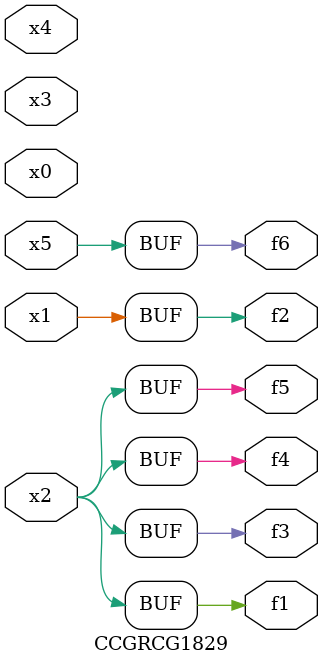
<source format=v>
module CCGRCG1829(
	input x0, x1, x2, x3, x4, x5,
	output f1, f2, f3, f4, f5, f6
);
	assign f1 = x2;
	assign f2 = x1;
	assign f3 = x2;
	assign f4 = x2;
	assign f5 = x2;
	assign f6 = x5;
endmodule

</source>
